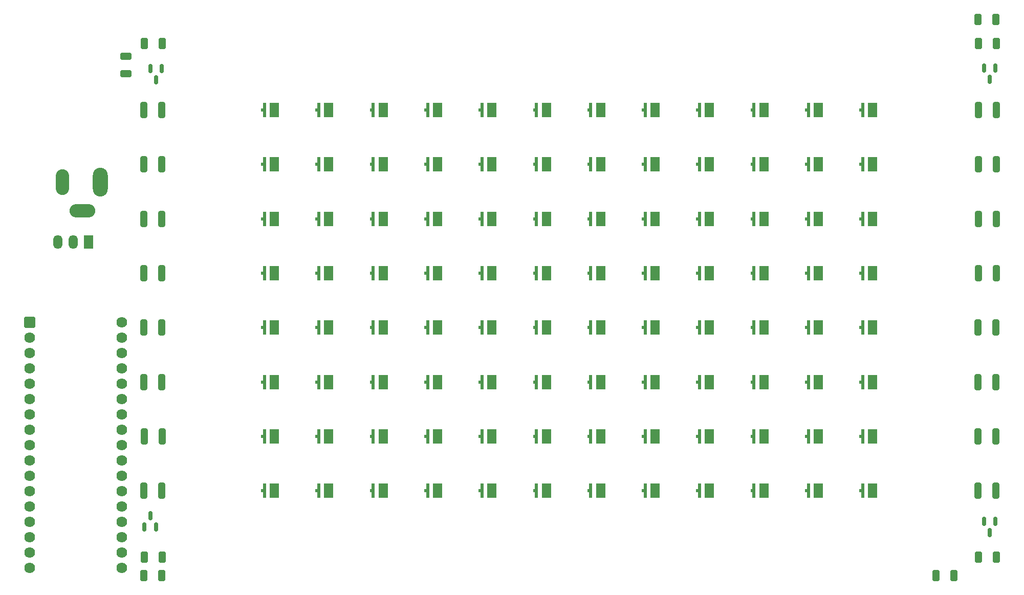
<source format=gbr>
%TF.GenerationSoftware,KiCad,Pcbnew,9.0.2*%
%TF.CreationDate,2025-06-25T20:21:35-07:00*%
%TF.ProjectId,led-plate-96-well,6c65642d-706c-4617-9465-2d39362d7765,rev?*%
%TF.SameCoordinates,Original*%
%TF.FileFunction,Soldermask,Top*%
%TF.FilePolarity,Negative*%
%FSLAX46Y46*%
G04 Gerber Fmt 4.6, Leading zero omitted, Abs format (unit mm)*
G04 Created by KiCad (PCBNEW 9.0.2) date 2025-06-25 20:21:35*
%MOMM*%
%LPD*%
G01*
G04 APERTURE LIST*
G04 Aperture macros list*
%AMRoundRect*
0 Rectangle with rounded corners*
0 $1 Rounding radius*
0 $2 $3 $4 $5 $6 $7 $8 $9 X,Y pos of 4 corners*
0 Add a 4 corners polygon primitive as box body*
4,1,4,$2,$3,$4,$5,$6,$7,$8,$9,$2,$3,0*
0 Add four circle primitives for the rounded corners*
1,1,$1+$1,$2,$3*
1,1,$1+$1,$4,$5*
1,1,$1+$1,$6,$7*
1,1,$1+$1,$8,$9*
0 Add four rect primitives between the rounded corners*
20,1,$1+$1,$2,$3,$4,$5,0*
20,1,$1+$1,$4,$5,$6,$7,0*
20,1,$1+$1,$6,$7,$8,$9,0*
20,1,$1+$1,$8,$9,$2,$3,0*%
G04 Aperture macros list end*
%ADD10R,1.600000X2.400000*%
%ADD11R,0.600000X2.400000*%
%ADD12R,0.600000X0.500000*%
%ADD13RoundRect,0.250000X-0.312500X-1.075000X0.312500X-1.075000X0.312500X1.075000X-0.312500X1.075000X0*%
%ADD14RoundRect,0.250000X0.312500X1.075000X-0.312500X1.075000X-0.312500X-1.075000X0.312500X-1.075000X0*%
%ADD15RoundRect,0.265778X-0.647222X0.332222X-0.647222X-0.332222X0.647222X-0.332222X0.647222X0.332222X0*%
%ADD16RoundRect,0.150000X-0.150000X0.587500X-0.150000X-0.587500X0.150000X-0.587500X0.150000X0.587500X0*%
%ADD17O,2.484000X4.764000*%
%ADD18O,4.254000X2.229000*%
%ADD19O,2.229000X4.254000*%
%ADD20RoundRect,0.265778X0.332222X0.647222X-0.332222X0.647222X-0.332222X-0.647222X0.332222X-0.647222X0*%
%ADD21RoundRect,0.265778X-0.332222X-0.647222X0.332222X-0.647222X0.332222X0.647222X-0.332222X0.647222X0*%
%ADD22R,1.500000X2.300000*%
%ADD23O,1.500000X2.300000*%
%ADD24RoundRect,0.150000X0.150000X-0.587500X0.150000X0.587500X-0.150000X0.587500X-0.150000X-0.587500X0*%
%ADD25RoundRect,0.102000X-0.787400X-0.787400X0.787400X-0.787400X0.787400X0.787400X-0.787400X0.787400X0*%
%ADD26C,1.778800*%
G04 APERTURE END LIST*
D10*
%TO.C,D12*%
X171145000Y-51210000D03*
D11*
X169495000Y-51210000D03*
D12*
X169195000Y-51210000D03*
%TD*%
D10*
%TO.C,D77*%
X216145000Y-78210000D03*
D11*
X214495000Y-78210000D03*
D12*
X214195000Y-78210000D03*
%TD*%
D10*
%TO.C,D78*%
X225145000Y-78210000D03*
D11*
X223495000Y-78210000D03*
D12*
X223195000Y-78210000D03*
%TD*%
D10*
%TO.C,D72*%
X171145000Y-105210000D03*
D11*
X169495000Y-105210000D03*
D12*
X169195000Y-105210000D03*
%TD*%
D10*
%TO.C,D15*%
X144145000Y-60210000D03*
D11*
X142495000Y-60210000D03*
D12*
X142195000Y-60210000D03*
%TD*%
D10*
%TO.C,D62*%
X135145000Y-96210000D03*
D11*
X133495000Y-96210000D03*
D12*
X133195000Y-96210000D03*
%TD*%
D10*
%TO.C,D7*%
X126145000Y-51210000D03*
D11*
X124495000Y-51210000D03*
D12*
X124195000Y-51210000D03*
%TD*%
D10*
%TO.C,D36*%
X225145000Y-51210000D03*
D11*
X223495000Y-51210000D03*
D12*
X223195000Y-51210000D03*
%TD*%
D10*
%TO.C,D5*%
X162145000Y-42210000D03*
D11*
X160495000Y-42210000D03*
D12*
X160195000Y-42210000D03*
%TD*%
D10*
%TO.C,D86*%
X189145000Y-96210000D03*
D11*
X187495000Y-96210000D03*
D12*
X187195000Y-96210000D03*
%TD*%
D10*
%TO.C,D56*%
X135145000Y-87210000D03*
D11*
X133495000Y-87210000D03*
D12*
X133195000Y-87210000D03*
%TD*%
D10*
%TO.C,D54*%
X171145000Y-78210000D03*
D11*
X169495000Y-78210000D03*
D12*
X169195000Y-78210000D03*
%TD*%
D10*
%TO.C,D4*%
X153145000Y-42210000D03*
D11*
X151495000Y-42210000D03*
D12*
X151195000Y-42210000D03*
%TD*%
D13*
%TO.C,R2*%
X104570000Y-51210000D03*
X107495000Y-51210000D03*
%TD*%
D10*
%TO.C,D61*%
X126145000Y-96210000D03*
D11*
X124495000Y-96210000D03*
D12*
X124195000Y-96210000D03*
%TD*%
D10*
%TO.C,D19*%
X126145000Y-69210000D03*
D11*
X124495000Y-69210000D03*
D12*
X124195000Y-69210000D03*
%TD*%
D10*
%TO.C,D70*%
X153145000Y-105210000D03*
D11*
X151495000Y-105210000D03*
D12*
X151195000Y-105210000D03*
%TD*%
D14*
%TO.C,R23*%
X245495000Y-96210000D03*
X242570000Y-96210000D03*
%TD*%
D15*
%TO.C,R5*%
X101570000Y-33290000D03*
X101570000Y-36210000D03*
%TD*%
D10*
%TO.C,D53*%
X162145000Y-78210000D03*
D11*
X160495000Y-78210000D03*
D12*
X160195000Y-78210000D03*
%TD*%
D14*
%TO.C,R22*%
X245495000Y-87210000D03*
X242570000Y-87210000D03*
%TD*%
D10*
%TO.C,D10*%
X153145000Y-51210000D03*
D11*
X151495000Y-51210000D03*
D12*
X151195000Y-51210000D03*
%TD*%
D10*
%TO.C,D87*%
X198145000Y-96210000D03*
D11*
X196495000Y-96210000D03*
D12*
X196195000Y-96210000D03*
%TD*%
D14*
%TO.C,R10*%
X245570000Y-51210000D03*
X242645000Y-51210000D03*
%TD*%
D10*
%TO.C,D82*%
X207145000Y-87210000D03*
D11*
X205495000Y-87210000D03*
D12*
X205195000Y-87210000D03*
%TD*%
D10*
%TO.C,D60*%
X171145000Y-87210000D03*
D11*
X169495000Y-87210000D03*
D12*
X169195000Y-87210000D03*
%TD*%
D10*
%TO.C,D35*%
X216145000Y-51210000D03*
D11*
X214495000Y-51210000D03*
D12*
X214195000Y-51210000D03*
%TD*%
D10*
%TO.C,D96*%
X225145000Y-105210000D03*
D11*
X223495000Y-105210000D03*
D12*
X223195000Y-105210000D03*
%TD*%
D10*
%TO.C,D32*%
X189145000Y-51210000D03*
D11*
X187495000Y-51210000D03*
D12*
X187195000Y-51210000D03*
%TD*%
D10*
%TO.C,D24*%
X171145000Y-69210000D03*
D11*
X169495000Y-69210000D03*
D12*
X169195000Y-69210000D03*
%TD*%
D10*
%TO.C,D89*%
X216145000Y-96210000D03*
D11*
X214495000Y-96210000D03*
D12*
X214195000Y-96210000D03*
%TD*%
D10*
%TO.C,D22*%
X153145000Y-69210000D03*
D11*
X151495000Y-69210000D03*
D12*
X151195000Y-69210000D03*
%TD*%
D10*
%TO.C,D74*%
X189145000Y-78210000D03*
D11*
X187495000Y-78210000D03*
D12*
X187195000Y-78210000D03*
%TD*%
D14*
%TO.C,R12*%
X245570000Y-69210000D03*
X242645000Y-69210000D03*
%TD*%
D10*
%TO.C,D80*%
X189145000Y-87210000D03*
D11*
X187495000Y-87210000D03*
D12*
X187195000Y-87210000D03*
%TD*%
D10*
%TO.C,D45*%
X198145000Y-69210000D03*
D11*
X196495000Y-69210000D03*
D12*
X196195000Y-69210000D03*
%TD*%
D10*
%TO.C,D43*%
X180145000Y-69210000D03*
D11*
X178495000Y-69210000D03*
D12*
X178195000Y-69210000D03*
%TD*%
D10*
%TO.C,D59*%
X162145000Y-87210000D03*
D11*
X160495000Y-87210000D03*
D12*
X160195000Y-87210000D03*
%TD*%
D16*
%TO.C,U3*%
X245470000Y-35260000D03*
X243570000Y-35260000D03*
X244520000Y-37135000D03*
%TD*%
D13*
%TO.C,R15*%
X104570000Y-78210000D03*
X107495000Y-78210000D03*
%TD*%
D17*
%TO.C,J2*%
X97350000Y-54113700D03*
D18*
X94350000Y-58913700D03*
D19*
X91100000Y-54113700D03*
%TD*%
D10*
%TO.C,D26*%
X189145000Y-42210000D03*
D11*
X187495000Y-42210000D03*
D12*
X187195000Y-42210000D03*
%TD*%
D10*
%TO.C,D41*%
X216145000Y-60210000D03*
D11*
X214495000Y-60210000D03*
D12*
X214195000Y-60210000D03*
%TD*%
D20*
%TO.C,R19*%
X238570000Y-119210000D03*
X235650000Y-119210000D03*
%TD*%
D10*
%TO.C,D28*%
X207145000Y-42210000D03*
D11*
X205495000Y-42210000D03*
D12*
X205195000Y-42210000D03*
%TD*%
D10*
%TO.C,D42*%
X225145000Y-60210000D03*
D11*
X223495000Y-60210000D03*
D12*
X223195000Y-60210000D03*
%TD*%
D10*
%TO.C,D13*%
X126145000Y-60210000D03*
D11*
X124495000Y-60210000D03*
D12*
X124195000Y-60210000D03*
%TD*%
D10*
%TO.C,D84*%
X225145000Y-87210000D03*
D11*
X223495000Y-87210000D03*
D12*
X223195000Y-87210000D03*
%TD*%
D10*
%TO.C,D46*%
X207145000Y-69210000D03*
D11*
X205495000Y-69210000D03*
D12*
X205195000Y-69210000D03*
%TD*%
D10*
%TO.C,D17*%
X162145000Y-60210000D03*
D11*
X160495000Y-60210000D03*
D12*
X160195000Y-60210000D03*
%TD*%
D10*
%TO.C,D79*%
X180145000Y-87210000D03*
D11*
X178495000Y-87210000D03*
D12*
X178195000Y-87210000D03*
%TD*%
D10*
%TO.C,D92*%
X189145000Y-105210000D03*
D11*
X187495000Y-105210000D03*
D12*
X187195000Y-105210000D03*
%TD*%
D10*
%TO.C,D68*%
X135145000Y-105210000D03*
D11*
X133495000Y-105210000D03*
D12*
X133195000Y-105210000D03*
%TD*%
D10*
%TO.C,D88*%
X207145000Y-96210000D03*
D11*
X205495000Y-96210000D03*
D12*
X205195000Y-96210000D03*
%TD*%
D10*
%TO.C,D73*%
X180145000Y-78210000D03*
D11*
X178495000Y-78210000D03*
D12*
X178195000Y-78210000D03*
%TD*%
D10*
%TO.C,D34*%
X207145000Y-51210000D03*
D11*
X205495000Y-51210000D03*
D12*
X205195000Y-51210000D03*
%TD*%
D10*
%TO.C,D40*%
X207145000Y-60210000D03*
D11*
X205495000Y-60210000D03*
D12*
X205195000Y-60210000D03*
%TD*%
D21*
%TO.C,R14*%
X104650000Y-116210000D03*
X107570000Y-116210000D03*
%TD*%
D10*
%TO.C,D81*%
X198145000Y-87210000D03*
D11*
X196495000Y-87210000D03*
D12*
X196195000Y-87210000D03*
%TD*%
D10*
%TO.C,D25*%
X180145000Y-42210000D03*
D11*
X178495000Y-42210000D03*
D12*
X178195000Y-42210000D03*
%TD*%
D10*
%TO.C,D69*%
X144145000Y-105210000D03*
D11*
X142495000Y-105210000D03*
D12*
X142195000Y-105210000D03*
%TD*%
D13*
%TO.C,R6*%
X104570000Y-69210000D03*
X107495000Y-69210000D03*
%TD*%
%TO.C,R1*%
X104570000Y-42210000D03*
X107495000Y-42210000D03*
%TD*%
D21*
%TO.C,R8*%
X242650000Y-31210000D03*
X245570000Y-31210000D03*
%TD*%
D10*
%TO.C,D90*%
X225145000Y-96210000D03*
D11*
X223495000Y-96210000D03*
D12*
X223195000Y-96210000D03*
%TD*%
D21*
%TO.C,R20*%
X242650000Y-116210000D03*
X245570000Y-116210000D03*
%TD*%
D10*
%TO.C,D50*%
X135145000Y-78210000D03*
D11*
X133495000Y-78210000D03*
D12*
X133195000Y-78210000D03*
%TD*%
D10*
%TO.C,D1*%
X126145000Y-42210000D03*
D11*
X124495000Y-42210000D03*
D12*
X124195000Y-42210000D03*
%TD*%
D10*
%TO.C,D31*%
X180145000Y-51210000D03*
D11*
X178495000Y-51210000D03*
D12*
X178195000Y-51210000D03*
%TD*%
D10*
%TO.C,D71*%
X162145000Y-105210000D03*
D11*
X160495000Y-105210000D03*
D12*
X160195000Y-105210000D03*
%TD*%
D21*
%TO.C,R7*%
X242570000Y-27210000D03*
X245490000Y-27210000D03*
%TD*%
D10*
%TO.C,D63*%
X144145000Y-96210000D03*
D11*
X142495000Y-96210000D03*
D12*
X142195000Y-96210000D03*
%TD*%
D10*
%TO.C,D94*%
X207145000Y-105210000D03*
D11*
X205495000Y-105210000D03*
D12*
X205195000Y-105210000D03*
%TD*%
D22*
%TO.C,U1*%
X95367500Y-64082500D03*
D23*
X92827500Y-64082500D03*
X90287500Y-64082500D03*
%TD*%
D10*
%TO.C,D67*%
X126145000Y-105210000D03*
D11*
X124495000Y-105210000D03*
D12*
X124195000Y-105210000D03*
%TD*%
D14*
%TO.C,R21*%
X245495000Y-78210000D03*
X242570000Y-78210000D03*
%TD*%
D10*
%TO.C,D51*%
X144145000Y-78210000D03*
D11*
X142495000Y-78210000D03*
D12*
X142195000Y-78210000D03*
%TD*%
D10*
%TO.C,D95*%
X216145000Y-105210000D03*
D11*
X214495000Y-105210000D03*
D12*
X214195000Y-105210000D03*
%TD*%
D13*
%TO.C,R16*%
X104570000Y-87210000D03*
X107495000Y-87210000D03*
%TD*%
D10*
%TO.C,D55*%
X126145000Y-87210000D03*
D11*
X124495000Y-87210000D03*
D12*
X124195000Y-87210000D03*
%TD*%
D10*
%TO.C,D20*%
X135145000Y-69210000D03*
D11*
X133495000Y-69210000D03*
D12*
X133195000Y-69210000D03*
%TD*%
D21*
%TO.C,R13*%
X104570000Y-119210000D03*
X107490000Y-119210000D03*
%TD*%
D10*
%TO.C,D64*%
X153145000Y-96210000D03*
D11*
X151495000Y-96210000D03*
D12*
X151195000Y-96210000D03*
%TD*%
D13*
%TO.C,R18*%
X104570000Y-105210000D03*
X107495000Y-105210000D03*
%TD*%
D10*
%TO.C,D2*%
X135145000Y-42210000D03*
D11*
X133495000Y-42210000D03*
D12*
X133195000Y-42210000D03*
%TD*%
D10*
%TO.C,D14*%
X135145000Y-60210000D03*
D11*
X133495000Y-60210000D03*
D12*
X133195000Y-60210000D03*
%TD*%
D10*
%TO.C,D3*%
X144145000Y-42210000D03*
D11*
X142495000Y-42210000D03*
D12*
X142195000Y-42210000D03*
%TD*%
D10*
%TO.C,D48*%
X225145000Y-69210000D03*
D11*
X223495000Y-69210000D03*
D12*
X223195000Y-69210000D03*
%TD*%
D16*
%TO.C,U4*%
X107520000Y-35335000D03*
X105620000Y-35335000D03*
X106570000Y-37210000D03*
%TD*%
D10*
%TO.C,D58*%
X153145000Y-87210000D03*
D11*
X151495000Y-87210000D03*
D12*
X151195000Y-87210000D03*
%TD*%
D10*
%TO.C,D93*%
X198145000Y-105210000D03*
D11*
X196495000Y-105210000D03*
D12*
X196195000Y-105210000D03*
%TD*%
D10*
%TO.C,D75*%
X198145000Y-78210000D03*
D11*
X196495000Y-78210000D03*
D12*
X196195000Y-78210000D03*
%TD*%
D10*
%TO.C,D47*%
X216145000Y-69210000D03*
D11*
X214495000Y-69210000D03*
D12*
X214195000Y-69210000D03*
%TD*%
D10*
%TO.C,D29*%
X216145000Y-42210000D03*
D11*
X214495000Y-42210000D03*
D12*
X214195000Y-42210000D03*
%TD*%
D10*
%TO.C,D16*%
X153145000Y-60210000D03*
D11*
X151495000Y-60210000D03*
D12*
X151195000Y-60210000D03*
%TD*%
D10*
%TO.C,D37*%
X180145000Y-60210000D03*
D11*
X178495000Y-60210000D03*
D12*
X178195000Y-60210000D03*
%TD*%
D10*
%TO.C,D65*%
X162145000Y-96210000D03*
D11*
X160495000Y-96210000D03*
D12*
X160195000Y-96210000D03*
%TD*%
D16*
%TO.C,U6*%
X245470000Y-110272500D03*
X243570000Y-110272500D03*
X244520000Y-112147500D03*
%TD*%
D10*
%TO.C,D85*%
X180145000Y-96210000D03*
D11*
X178495000Y-96210000D03*
D12*
X178195000Y-96210000D03*
%TD*%
D10*
%TO.C,D91*%
X180145000Y-105210000D03*
D11*
X178495000Y-105210000D03*
D12*
X178195000Y-105210000D03*
%TD*%
D14*
%TO.C,R24*%
X245495000Y-105210000D03*
X242570000Y-105210000D03*
%TD*%
D10*
%TO.C,D11*%
X162145000Y-51210000D03*
D11*
X160495000Y-51210000D03*
D12*
X160195000Y-51210000D03*
%TD*%
D10*
%TO.C,D30*%
X225145000Y-42210000D03*
D11*
X223495000Y-42210000D03*
D12*
X223195000Y-42210000D03*
%TD*%
D10*
%TO.C,D49*%
X126145000Y-78210000D03*
D11*
X124495000Y-78210000D03*
D12*
X124195000Y-78210000D03*
%TD*%
D10*
%TO.C,D44*%
X189145000Y-69210000D03*
D11*
X187495000Y-69210000D03*
D12*
X187195000Y-69210000D03*
%TD*%
D10*
%TO.C,D27*%
X198145000Y-42210000D03*
D11*
X196495000Y-42210000D03*
D12*
X196195000Y-42210000D03*
%TD*%
D10*
%TO.C,D8*%
X135145000Y-51210000D03*
D11*
X133495000Y-51210000D03*
D12*
X133195000Y-51210000D03*
%TD*%
D10*
%TO.C,D18*%
X171145000Y-60210000D03*
D11*
X169495000Y-60210000D03*
D12*
X169195000Y-60210000D03*
%TD*%
D10*
%TO.C,D83*%
X216145000Y-87210000D03*
D11*
X214495000Y-87210000D03*
D12*
X214195000Y-87210000D03*
%TD*%
D10*
%TO.C,D9*%
X144145000Y-51210000D03*
D11*
X142495000Y-51210000D03*
D12*
X142195000Y-51210000D03*
%TD*%
D13*
%TO.C,R17*%
X104645000Y-96210000D03*
X107570000Y-96210000D03*
%TD*%
D10*
%TO.C,D6*%
X171145000Y-42210000D03*
D11*
X169495000Y-42210000D03*
D12*
X169195000Y-42210000D03*
%TD*%
D10*
%TO.C,D23*%
X162145000Y-69210000D03*
D11*
X160495000Y-69210000D03*
D12*
X160195000Y-69210000D03*
%TD*%
D14*
%TO.C,R11*%
X245570000Y-60210000D03*
X242645000Y-60210000D03*
%TD*%
D10*
%TO.C,D21*%
X144145000Y-69210000D03*
D11*
X142495000Y-69210000D03*
D12*
X142195000Y-69210000D03*
%TD*%
D24*
%TO.C,U5*%
X104670000Y-111210000D03*
X106570000Y-111210000D03*
X105620000Y-109335000D03*
%TD*%
D10*
%TO.C,D76*%
X207145000Y-78210000D03*
D11*
X205495000Y-78210000D03*
D12*
X205195000Y-78210000D03*
%TD*%
D14*
%TO.C,R9*%
X245570000Y-42210000D03*
X242645000Y-42210000D03*
%TD*%
D10*
%TO.C,D52*%
X153145000Y-78210000D03*
D11*
X151495000Y-78210000D03*
D12*
X151195000Y-78210000D03*
%TD*%
D21*
%TO.C,R4*%
X104650000Y-31210000D03*
X107570000Y-31210000D03*
%TD*%
D25*
%TO.C,U2*%
X85680000Y-77350000D03*
D26*
X85680000Y-79890000D03*
X85680000Y-82430000D03*
X85680000Y-84970000D03*
X85680000Y-87510000D03*
X85680000Y-90050000D03*
X85680000Y-92590000D03*
X85680000Y-95130000D03*
X85680000Y-97670000D03*
X85680000Y-100210000D03*
X85680000Y-102750000D03*
X85680000Y-105290000D03*
X85680000Y-107830000D03*
X85680000Y-110370000D03*
X85680000Y-112910000D03*
X85680000Y-115450000D03*
X85680000Y-117990000D03*
X100920000Y-117990000D03*
X100920000Y-115450000D03*
X100920000Y-112910000D03*
X100920000Y-110370000D03*
X100920000Y-107830000D03*
X100920000Y-105290000D03*
X100920000Y-102750000D03*
X100920000Y-100210000D03*
X100920000Y-97670000D03*
X100920000Y-95130000D03*
X100920000Y-92590000D03*
X100920000Y-90050000D03*
X100920000Y-87510000D03*
X100920000Y-84970000D03*
X100920000Y-82430000D03*
X100920000Y-79890000D03*
X100920000Y-77350000D03*
%TD*%
D10*
%TO.C,D39*%
X198145000Y-60210000D03*
D11*
X196495000Y-60210000D03*
D12*
X196195000Y-60210000D03*
%TD*%
D13*
%TO.C,R3*%
X104570000Y-60210000D03*
X107495000Y-60210000D03*
%TD*%
D10*
%TO.C,D33*%
X198145000Y-51210000D03*
D11*
X196495000Y-51210000D03*
D12*
X196195000Y-51210000D03*
%TD*%
D10*
%TO.C,D57*%
X144145000Y-87210000D03*
D11*
X142495000Y-87210000D03*
D12*
X142195000Y-87210000D03*
%TD*%
D10*
%TO.C,D38*%
X189145000Y-60210000D03*
D11*
X187495000Y-60210000D03*
D12*
X187195000Y-60210000D03*
%TD*%
D10*
%TO.C,D66*%
X171145000Y-96210000D03*
D11*
X169495000Y-96210000D03*
D12*
X169195000Y-96210000D03*
%TD*%
M02*

</source>
